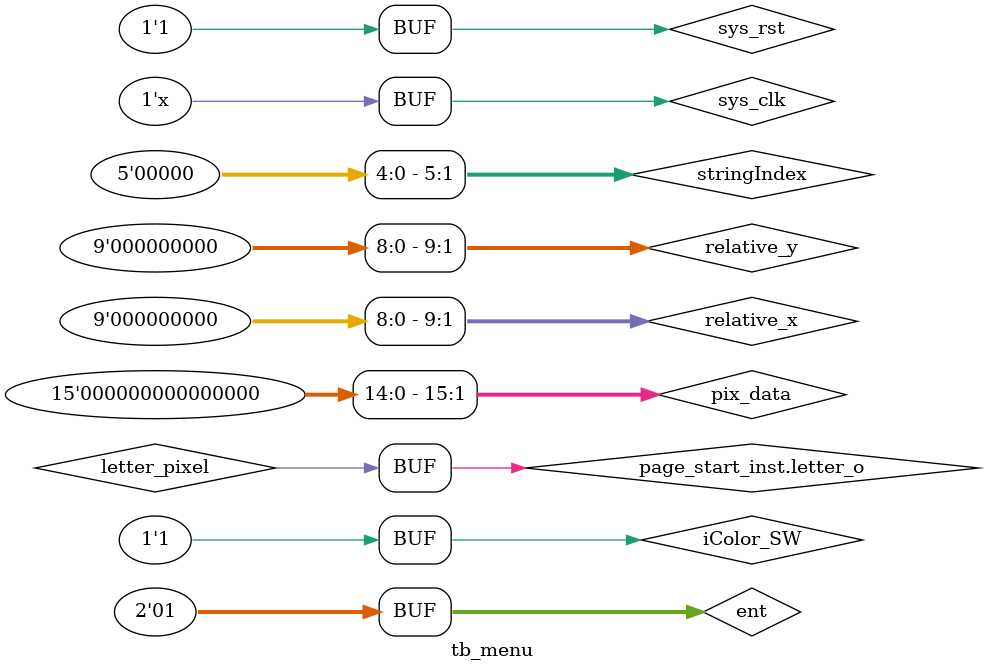
<source format=v>
`timescale  1ns/1ns
module  tb_menu();

wire [15:0] draw_RGB  ;
wire [15:0] pix_data  ;
reg  [9:0]  VGA_X     ;
reg  [9:0]  VGA_Y     ;
reg         sys_clk   ;
reg         sys_rst   ;
reg         iColor_SW ;
reg [0:1]   ent       ;

wire [32:0] letter_req;
wire [9:0] relative_x;
wire [9:0] relative_y;
wire        letter_pixel;
wire [5:0]  stringIndex;

initial
	begin
    VGA_X = 0;
    VGA_Y = 0;
    sys_clk   = 1;
    iColor_SW = 1;
    ent      = 1;
	sys_rst  = 1'b0;
	#200
	sys_rst  = 1'b1;
	end

always #10 sys_clk = ~sys_clk;
assign letter_pixel = page_start_inst.letter_o;
assign pix_data     = page_start_inst.pix_data;
assign stringIndex  = page_start_inst.stringIndex;
assign relative_x = page_start_inst.relative_x;
assign relative_y = page_start_inst.relative_y;
always@(posedge sys_clk) begin
    if(VGA_X >= 640-1)
        VGA_X <= 0;
    else
        VGA_X <= VGA_X+1;
end

always@(posedge sys_clk) begin
    if(VGA_Y >= 480-1)
        VGA_Y <= 0;
    else if(VGA_X >= 640-1)
        VGA_Y <= VGA_Y+1;
    else
        VGA_Y <= VGA_Y;
end

page_start page_start_inst	(	//	Read Out Side
    .vga_clk   (sys_clk),      
    .sys_rst_n (sys_rst),      
    .screen_x  (VGA_X),      
    .screen_y  (VGA_Y),      
    .pix_data  (draw_RGB)
);
endmodule

</source>
